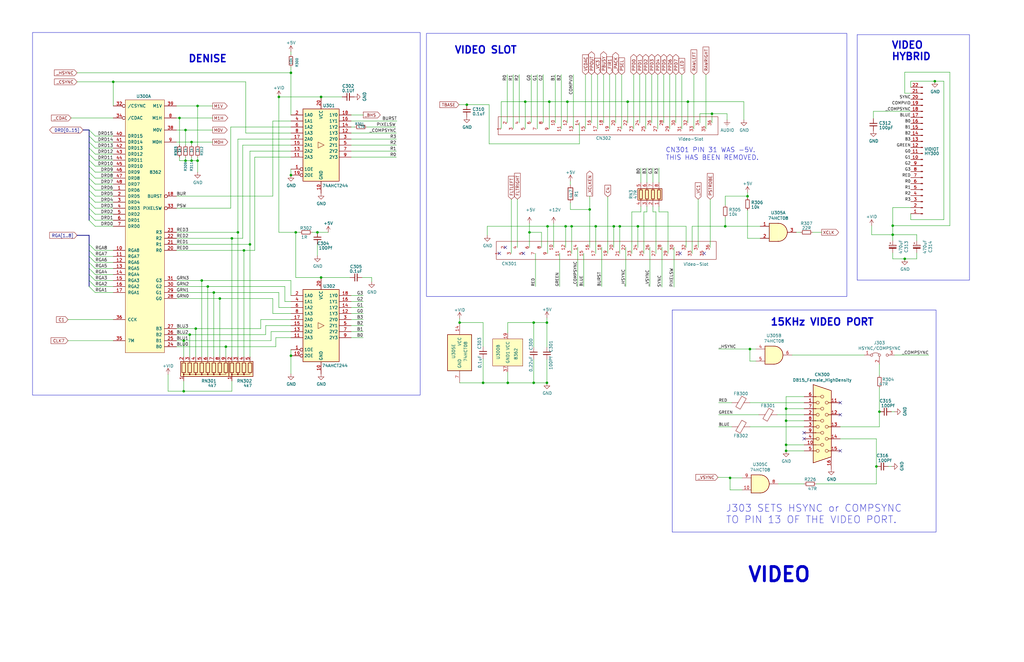
<source format=kicad_sch>
(kicad_sch (version 20230121) (generator eeschema)
  (paper "B")
  (title_block (title "AMIGA PCI") (date "2023-05-28") (rev "1"))
  (junction (at 223.266 98.044))
  (junction (at 122.682 73.914))
  (junction (at 290.068 42.926))
  (junction (at 230.886 95.504))
  (junction (at 78.232 54.864))
  (junction (at 315.214 82.804))
  (junction (at 75.692 49.784))
  (junction (at 193.802 136.144))
  (junction (at 241.046 95.504))
  (junction (at 248.666 88.392))
  (junction (at 135.382 40.894))
  (junction (at 370.84 173.736))
  (junction (at 83.312 44.704))
  (junction (at 376.428 99.06))
  (junction (at 122.682 30.734))
  (junction (at 102.87 105.664))
  (junction (at 261.366 95.504))
  (junction (at 90.17 123.444))
  (junction (at 203.708 161.544))
  (junction (at 105.41 103.124))
  (junction (at 97.79 100.584))
  (junction (at 80.772 59.944))
  (junction (at 82.55 138.684))
  (junction (at 316.23 147.32))
  (junction (at 214.122 161.544))
  (junction (at 258.826 95.504))
  (junction (at 394.208 34.29))
  (junction (at 47.752 34.544))
  (junction (at 307.848 201.676))
  (junction (at 331.47 177.546))
  (junction (at 196.85 44.196))
  (junction (at 300.228 48.006))
  (junction (at 124.714 98.044))
  (junction (at 331.47 172.466))
  (junction (at 85.09 118.364))
  (junction (at 239.268 42.926))
  (junction (at 230.632 136.144))
  (junction (at 268.986 95.504))
  (junction (at 225.044 161.544))
  (junction (at 100.33 98.044))
  (junction (at 231.648 42.926))
  (junction (at 225.044 136.144))
  (junction (at 369.57 196.85))
  (junction (at 305.816 95.504))
  (junction (at 122.682 150.114))
  (junction (at 80.772 67.818))
  (junction (at 230.632 161.544))
  (junction (at 83.312 67.818))
  (junction (at 331.47 187.706))
  (junction (at 95.25 146.304))
  (junction (at 117.602 40.894))
  (junction (at 77.47 165.1))
  (junction (at 87.63 120.904))
  (junction (at 381.508 109.22))
  (junction (at 80.01 141.224))
  (junction (at 77.47 143.764))
  (junction (at 238.506 95.504))
  (junction (at 331.47 190.246))
  (junction (at 92.71 125.984))
  (junction (at 135.382 117.094))
  (junction (at 221.488 42.926))
  (junction (at 376.428 95.25))
  (junction (at 264.668 42.926))
  (junction (at 251.206 95.504))
  (junction (at 78.232 67.818))
  (junction (at 133.858 98.044))
  (no_connect (at 286.766 106.934))
  (no_connect (at 213.106 104.394))
  (no_connect (at 210.566 106.934))
  (no_connect (at 354.33 169.926))
  (no_connect (at 339.09 185.166))
  (no_connect (at 354.33 175.006))
  (no_connect (at 296.926 106.934))
  (no_connect (at 220.726 106.934))
  (no_connect (at 354.33 190.246))
  (no_connect (at 339.09 182.626))
  (bus_entry (at 40.132 118.364) (size -2.54 -2.54))
  (bus_entry (at 40.132 77.724) (size -2.54 -2.54))
  (bus_entry (at 40.132 80.264) (size -2.54 -2.54))
  (bus_entry (at 40.132 59.944) (size -2.54 -2.54))
  (bus_entry (at 40.132 85.344) (size -2.54 -2.54))
  (bus_entry (at 40.132 72.644) (size -2.54 -2.54))
  (bus_entry (at 40.132 57.404) (size -2.54 -2.54))
  (bus_entry (at 40.132 62.484) (size -2.54 -2.54))
  (bus_entry (at 40.132 95.504) (size -2.54 -2.54))
  (bus_entry (at 40.132 108.204) (size -2.54 -2.54))
  (bus_entry (at 40.132 113.284) (size -2.54 -2.54))
  (bus_entry (at 40.132 123.444) (size -2.54 -2.54))
  (bus_entry (at 40.132 110.744) (size -2.54 -2.54))
  (bus_entry (at 40.132 82.804) (size -2.54 -2.54))
  (bus_entry (at 40.132 67.564) (size -2.54 -2.54))
  (bus_entry (at 40.132 90.424) (size -2.54 -2.54))
  (bus_entry (at 40.132 120.904) (size -2.54 -2.54))
  (bus_entry (at 40.132 65.024) (size -2.54 -2.54))
  (bus_entry (at 40.132 92.964) (size -2.54 -2.54))
  (bus_entry (at 40.132 70.104) (size -2.54 -2.54))
  (bus_entry (at 40.132 87.884) (size -2.54 -2.54))
  (bus_entry (at 40.132 115.824) (size -2.54 -2.54))
  (bus_entry (at 40.132 105.664) (size -2.54 -2.54))
  (bus_entry (at 40.132 75.184) (size -2.54 -2.54))
  (wire (pts (xy 277.876 76.962) (xy 277.876 70.866)))
  (wire (pts (xy 218.186 104.394) (xy 218.186 84.074)))
  (wire (pts (xy 303.022 180.086) (xy 308.61 180.086)))
  (wire (pts (xy 327.66 175.006) (xy 339.09 175.006)))
  (wire (pts (xy 251.968 54.356) (xy 251.968 31.496)))
  (wire (pts (xy 384.048 34.29) (xy 394.208 34.29)))
  (wire (pts (xy 148.082 56.134) (xy 167.132 56.134)))
  (wire (pts (xy 297.688 54.356) (xy 297.688 31.496)))
  (wire (pts (xy 117.602 129.794) (xy 117.602 123.444)))
  (wire (pts (xy 384.048 92.71) (xy 384.048 90.17)))
  (wire (pts (xy 291.846 95.504) (xy 305.816 95.504)))
  (wire (pts (xy 82.55 138.684) (xy 109.982 138.684)))
  (wire (pts (xy 264.668 42.926) (xy 290.068 42.926)))
  (wire (pts (xy 400.558 30.48) (xy 400.558 95.25)))
  (wire (pts (xy 75.692 49.784) (xy 89.662 49.784)))
  (bus (pts (xy 37.592 54.864) (xy 37.592 57.404)))
  (wire (pts (xy 100.33 98.044) (xy 100.33 150.622)))
  (wire (pts (xy 203.708 161.544) (xy 193.802 161.544)))
  (wire (pts (xy 216.408 54.356) (xy 216.408 31.496)))
  (wire (pts (xy 226.568 54.356) (xy 226.568 31.496)))
  (wire (pts (xy 307.848 201.422) (xy 307.848 201.676)))
  (wire (pts (xy 148.082 137.414) (xy 153.162 137.414)))
  (bus (pts (xy 37.592 99.314) (xy 37.592 103.124)))
  (wire (pts (xy 281.686 89.408) (xy 281.686 106.934)))
  (wire (pts (xy 257.048 54.356) (xy 257.048 31.496)))
  (wire (pts (xy 271.526 89.408) (xy 272.796 89.408)))
  (wire (pts (xy 251.206 95.504) (xy 241.046 95.504)))
  (wire (pts (xy 253.746 104.394) (xy 253.746 120.904)))
  (wire (pts (xy 74.422 141.224) (xy 80.01 141.224)))
  (wire (pts (xy 230.632 151.638) (xy 230.632 161.544)))
  (wire (pts (xy 156.718 118.872) (xy 156.718 117.094)))
  (wire (pts (xy 303.022 175.006) (xy 320.04 175.006)))
  (wire (pts (xy 47.752 62.484) (xy 40.132 62.484)))
  (wire (pts (xy 82.55 138.684) (xy 82.55 150.622)))
  (wire (pts (xy 241.046 106.934) (xy 241.046 95.504)))
  (wire (pts (xy 230.886 95.504) (xy 205.486 95.504)))
  (wire (pts (xy 381.508 30.48) (xy 400.558 30.48)))
  (wire (pts (xy 193.548 44.196) (xy 196.85 44.196)))
  (wire (pts (xy 80.772 67.818) (xy 83.312 67.818)))
  (wire (pts (xy 300.228 51.816) (xy 300.228 48.006)))
  (wire (pts (xy 225.044 146.558) (xy 225.044 136.144)))
  (wire (pts (xy 47.752 87.884) (xy 40.132 87.884)))
  (wire (pts (xy 270.256 89.408) (xy 266.446 89.408)))
  (wire (pts (xy 77.47 165.1) (xy 70.866 165.1)))
  (wire (pts (xy 370.84 153.67) (xy 370.84 158.496)))
  (wire (pts (xy 256.286 83.058) (xy 256.286 106.934)))
  (wire (pts (xy 40.132 118.364) (xy 47.752 118.364)))
  (wire (pts (xy 246.126 106.934) (xy 246.126 120.904)))
  (wire (pts (xy 74.422 125.984) (xy 92.71 125.984)))
  (wire (pts (xy 144.272 40.894) (xy 135.382 40.894)))
  (wire (pts (xy 148.082 142.494) (xy 153.162 142.494)))
  (bus (pts (xy 37.592 110.744) (xy 37.592 113.284)))
  (wire (pts (xy 40.132 90.424) (xy 47.752 90.424)))
  (wire (pts (xy 203.708 146.304) (xy 203.708 136.144)))
  (wire (pts (xy 77.47 143.764) (xy 114.3 143.764)))
  (wire (pts (xy 105.41 103.124) (xy 105.41 63.754)))
  (wire (pts (xy 218.948 51.816) (xy 218.948 31.496)))
  (wire (pts (xy 300.228 48.006) (xy 306.578 48.006)))
  (wire (pts (xy 203.708 151.384) (xy 203.708 161.544)))
  (wire (pts (xy 83.312 44.704) (xy 83.312 61.214)))
  (wire (pts (xy 193.802 134.366) (xy 193.802 136.144)))
  (wire (pts (xy 367.538 99.06) (xy 367.538 95.25)))
  (wire (pts (xy 103.632 56.134) (xy 103.632 34.544)))
  (wire (pts (xy 225.044 136.144) (xy 230.632 136.144)))
  (wire (pts (xy 251.206 106.934) (xy 251.206 95.504)))
  (wire (pts (xy 147.574 117.094) (xy 135.382 117.094)))
  (wire (pts (xy 32.512 30.734) (xy 122.682 30.734)))
  (wire (pts (xy 274.066 104.394) (xy 274.066 120.904)))
  (wire (pts (xy 102.87 105.664) (xy 107.442 105.664)))
  (wire (pts (xy 47.752 67.564) (xy 40.132 67.564)))
  (wire (pts (xy 240.538 88.392) (xy 248.666 88.392)))
  (wire (pts (xy 74.422 87.884) (xy 97.282 87.884)))
  (wire (pts (xy 239.268 42.926) (xy 264.668 42.926)))
  (wire (pts (xy 102.362 100.584) (xy 102.362 61.214)))
  (wire (pts (xy 47.752 49.784) (xy 29.972 49.784)))
  (wire (pts (xy 316.23 169.926) (xy 339.09 169.926)))
  (wire (pts (xy 124.714 98.044) (xy 126.492 98.044)))
  (wire (pts (xy 315.214 88.646) (xy 315.214 100.584)))
  (wire (pts (xy 241.808 54.356) (xy 241.808 31.496)))
  (wire (pts (xy 47.752 44.704) (xy 47.752 34.544)))
  (wire (pts (xy 295.148 51.816) (xy 295.148 48.006)))
  (wire (pts (xy 377.19 149.86) (xy 391.668 149.86)))
  (wire (pts (xy 239.268 51.816) (xy 239.268 42.926)))
  (wire (pts (xy 284.988 51.816) (xy 284.988 31.496)))
  (wire (pts (xy 294.386 104.394) (xy 294.386 84.074)))
  (wire (pts (xy 230.632 146.558) (xy 230.632 136.144)))
  (wire (pts (xy 40.132 108.204) (xy 47.752 108.204)))
  (wire (pts (xy 78.232 67.818) (xy 80.772 67.818)))
  (wire (pts (xy 316.23 147.32) (xy 318.77 147.32)))
  (wire (pts (xy 74.422 82.804) (xy 115.062 82.804)))
  (wire (pts (xy 203.708 136.144) (xy 193.802 136.144)))
  (wire (pts (xy 312.928 206.756) (xy 307.848 206.756)))
  (wire (pts (xy 221.488 54.356) (xy 221.488 42.926)))
  (wire (pts (xy 40.132 75.184) (xy 47.752 75.184)))
  (wire (pts (xy 384.048 87.63) (xy 376.428 87.63)))
  (wire (pts (xy 40.132 110.744) (xy 47.752 110.744)))
  (wire (pts (xy 74.422 143.764) (xy 77.47 143.764)))
  (wire (pts (xy 154.686 53.594) (xy 166.878 53.594)))
  (wire (pts (xy 264.668 51.816) (xy 264.668 42.926)))
  (wire (pts (xy 276.606 89.408) (xy 276.606 106.934)))
  (wire (pts (xy 114.3 139.954) (xy 122.682 139.954)))
  (wire (pts (xy 47.752 92.964) (xy 40.132 92.964)))
  (wire (pts (xy 47.752 77.724) (xy 40.132 77.724)))
  (wire (pts (xy 47.752 72.644) (xy 40.132 72.644)))
  (wire (pts (xy 246.888 54.356) (xy 246.888 31.496)))
  (bus (pts (xy 37.592 72.644) (xy 37.592 75.184)))
  (wire (pts (xy 148.082 66.294) (xy 167.132 66.294)))
  (wire (pts (xy 233.426 104.394) (xy 233.426 94.234)))
  (wire (pts (xy 289.306 104.394) (xy 289.306 95.504)))
  (wire (pts (xy 240.538 85.598) (xy 240.538 88.392)))
  (wire (pts (xy 254.508 51.816) (xy 254.508 31.496)))
  (wire (pts (xy 292.608 54.356) (xy 292.608 31.496)))
  (wire (pts (xy 346.456 98.044) (xy 342.646 98.044)))
  (wire (pts (xy 377.19 173.736) (xy 375.92 173.736)))
  (wire (pts (xy 122.682 150.114) (xy 122.682 157.734)))
  (wire (pts (xy 122.682 23.114) (xy 122.682 21.844)))
  (wire (pts (xy 223.266 98.044) (xy 223.266 94.234)))
  (wire (pts (xy 315.214 82.804) (xy 315.214 81.28)))
  (wire (pts (xy 316.23 152.4) (xy 316.23 147.32)))
  (wire (pts (xy 234.188 51.816) (xy 234.188 31.496)))
  (wire (pts (xy 122.682 30.734) (xy 122.682 48.514)))
  (wire (pts (xy 299.466 104.394) (xy 299.466 84.074)))
  (wire (pts (xy 307.848 206.756) (xy 307.848 201.676)))
  (wire (pts (xy 384.048 39.37) (xy 381.508 39.37)))
  (wire (pts (xy 102.362 61.214) (xy 122.682 61.214)))
  (wire (pts (xy 215.646 106.934) (xy 215.646 84.074)))
  (wire (pts (xy 375.92 196.85) (xy 374.65 196.85)))
  (wire (pts (xy 74.422 49.784) (xy 75.692 49.784)))
  (wire (pts (xy 148.082 48.514) (xy 153.162 48.514)))
  (wire (pts (xy 80.01 141.224) (xy 112.014 141.224)))
  (wire (pts (xy 302.768 201.422) (xy 307.848 201.422)))
  (wire (pts (xy 97.282 53.594) (xy 97.282 87.884)))
  (wire (pts (xy 206.248 44.196) (xy 206.248 60.706)))
  (wire (pts (xy 74.422 54.864) (xy 78.232 54.864)))
  (bus (pts (xy 37.592 57.404) (xy 37.592 59.944)))
  (wire (pts (xy 328.168 204.216) (xy 339.09 204.216)))
  (wire (pts (xy 370.84 163.576) (xy 370.84 173.736)))
  (wire (pts (xy 148.082 61.214) (xy 167.132 61.214)))
  (wire (pts (xy 386.588 109.22) (xy 381.508 109.22)))
  (wire (pts (xy 339.09 172.466) (xy 331.47 172.466)))
  (wire (pts (xy 148.082 139.954) (xy 153.162 139.954)))
  (wire (pts (xy 279.146 121.158) (xy 279.146 104.394)))
  (wire (pts (xy 87.63 120.904) (xy 87.63 150.622)))
  (wire (pts (xy 148.082 134.874) (xy 153.162 134.874)))
  (wire (pts (xy 334.01 149.86) (xy 364.49 149.86)))
  (bus (pts (xy 37.592 115.824) (xy 37.592 118.364)))
  (wire (pts (xy 133.858 98.044) (xy 138.43 98.044)))
  (wire (pts (xy 83.312 72.644) (xy 83.312 67.818)))
  (wire (pts (xy 230.886 106.934) (xy 230.886 95.504)))
  (wire (pts (xy 122.682 71.374) (xy 122.682 73.914)))
  (wire (pts (xy 122.682 142.494) (xy 116.332 142.494)))
  (wire (pts (xy 122.682 137.414) (xy 112.014 137.414)))
  (wire (pts (xy 370.84 173.736) (xy 370.84 180.086)))
  (wire (pts (xy 228.346 98.044) (xy 223.266 98.044)))
  (wire (pts (xy 74.422 103.124) (xy 105.41 103.124)))
  (wire (pts (xy 272.796 76.962) (xy 272.796 70.866)))
  (wire (pts (xy 305.816 86.614) (xy 305.816 82.804)))
  (wire (pts (xy 156.718 117.094) (xy 152.654 117.094)))
  (wire (pts (xy 148.082 51.054) (xy 167.386 51.054)))
  (bus (pts (xy 37.592 62.484) (xy 37.592 65.024)))
  (wire (pts (xy 275.336 87.122) (xy 275.336 89.408)))
  (wire (pts (xy 40.132 123.444) (xy 47.752 123.444)))
  (wire (pts (xy 331.47 167.386) (xy 331.47 172.466)))
  (wire (pts (xy 244.348 60.706) (xy 244.348 51.816)))
  (wire (pts (xy 275.336 76.962) (xy 275.336 70.866)))
  (bus (pts (xy 37.592 103.124) (xy 37.592 105.664)))
  (wire (pts (xy 40.132 105.664) (xy 47.752 105.664)))
  (wire (pts (xy 40.132 120.904) (xy 47.752 120.904)))
  (wire (pts (xy 80.772 59.944) (xy 89.662 59.944)))
  (wire (pts (xy 228.346 104.394) (xy 228.346 98.044)))
  (wire (pts (xy 386.588 106.68) (xy 386.588 109.22)))
  (wire (pts (xy 115.062 132.334) (xy 122.682 132.334)))
  (wire (pts (xy 386.588 99.06) (xy 386.588 101.6)))
  (wire (pts (xy 284.226 104.394) (xy 284.226 121.158)))
  (wire (pts (xy 40.132 113.284) (xy 47.752 113.284)))
  (wire (pts (xy 122.682 129.794) (xy 117.602 129.794)))
  (wire (pts (xy 277.368 54.356) (xy 277.368 31.496)))
  (wire (pts (xy 368.3 46.99) (xy 368.3 50.038)))
  (wire (pts (xy 47.752 34.544) (xy 103.632 34.544)))
  (wire (pts (xy 80.772 59.944) (xy 80.772 61.214)))
  (wire (pts (xy 87.63 120.904) (xy 120.142 120.904)))
  (wire (pts (xy 270.256 87.122) (xy 270.256 89.408)))
  (wire (pts (xy 269.748 51.816) (xy 269.748 31.496)))
  (wire (pts (xy 267.208 54.356) (xy 267.208 31.496)))
  (wire (pts (xy 249.428 51.816) (xy 249.428 31.496)))
  (bus (pts (xy 35.052 54.864) (xy 37.592 54.864)))
  (wire (pts (xy 266.446 89.408) (xy 266.446 106.934)))
  (wire (pts (xy 109.982 134.874) (xy 109.982 138.684)))
  (wire (pts (xy 107.442 66.294) (xy 107.442 105.664)))
  (wire (pts (xy 122.682 147.574) (xy 122.682 150.114)))
  (wire (pts (xy 398.018 34.29) (xy 398.018 92.71)))
  (wire (pts (xy 313.69 42.926) (xy 313.69 50.546)))
  (wire (pts (xy 40.132 85.344) (xy 47.752 85.344)))
  (wire (pts (xy 77.47 160.782) (xy 77.47 165.1)))
  (bus (pts (xy 37.592 77.724) (xy 37.592 80.264)))
  (bus (pts (xy 37.592 80.264) (xy 37.592 82.804)))
  (wire (pts (xy 268.986 95.504) (xy 261.366 95.504)))
  (wire (pts (xy 235.966 106.934) (xy 235.966 120.904)))
  (wire (pts (xy 238.506 95.504) (xy 230.886 95.504)))
  (wire (pts (xy 74.422 59.944) (xy 80.772 59.944)))
  (wire (pts (xy 291.846 106.934) (xy 291.846 95.504)))
  (wire (pts (xy 148.082 53.594) (xy 149.606 53.594)))
  (wire (pts (xy 230.632 134.112) (xy 230.632 136.144)))
  (wire (pts (xy 214.122 156.972) (xy 214.122 161.544)))
  (wire (pts (xy 203.708 161.544) (xy 214.122 161.544)))
  (wire (pts (xy 148.082 129.794) (xy 153.162 129.794)))
  (wire (pts (xy 225.044 161.544) (xy 230.632 161.544)))
  (wire (pts (xy 277.876 87.122) (xy 277.876 89.408)))
  (wire (pts (xy 339.09 187.706) (xy 331.47 187.706)))
  (wire (pts (xy 83.312 44.704) (xy 89.662 44.704)))
  (wire (pts (xy 148.082 124.714) (xy 153.162 124.714)))
  (wire (pts (xy 75.692 49.784) (xy 75.692 61.214)))
  (wire (pts (xy 122.682 28.194) (xy 122.682 30.734)))
  (wire (pts (xy 148.082 127.254) (xy 153.162 127.254)))
  (wire (pts (xy 272.796 89.408) (xy 272.796 87.122)))
  (wire (pts (xy 236.728 54.356) (xy 236.728 31.496)))
  (bus (pts (xy 37.592 118.364) (xy 37.592 120.904)))
  (bus (pts (xy 37.592 87.884) (xy 37.592 90.424)))
  (wire (pts (xy 40.132 70.104) (xy 47.752 70.104)))
  (bus (pts (xy 37.592 113.284) (xy 37.592 115.824)))
  (wire (pts (xy 70.866 157.988) (xy 70.866 165.1)))
  (wire (pts (xy 259.588 51.816) (xy 259.588 31.496)))
  (wire (pts (xy 261.366 106.934) (xy 261.366 95.504)))
  (wire (pts (xy 97.79 160.782) (xy 97.79 165.1)))
  (wire (pts (xy 74.422 44.704) (xy 83.312 44.704)))
  (wire (pts (xy 262.128 54.356) (xy 262.128 31.496)))
  (wire (pts (xy 316.23 147.32) (xy 303.022 147.32)))
  (wire (pts (xy 196.85 44.196) (xy 206.248 44.196)))
  (wire (pts (xy 331.47 190.246) (xy 339.09 190.246)))
  (wire (pts (xy 214.122 136.144) (xy 214.122 140.462)))
  (wire (pts (xy 95.25 146.304) (xy 95.25 150.622)))
  (wire (pts (xy 213.868 51.816) (xy 213.868 31.496)))
  (bus (pts (xy 37.592 75.184) (xy 37.592 77.724)))
  (wire (pts (xy 102.87 105.664) (xy 102.87 150.622)))
  (wire (pts (xy 305.816 82.804) (xy 315.214 82.804)))
  (wire (pts (xy 287.528 54.356) (xy 287.528 31.496)))
  (wire (pts (xy 122.682 66.294) (xy 107.442 66.294)))
  (bus (pts (xy 37.592 67.564) (xy 37.592 70.104)))
  (wire (pts (xy 339.09 177.546) (xy 331.47 177.546)))
  (bus (pts (xy 37.592 70.104) (xy 37.592 72.644)))
  (wire (pts (xy 240.538 76.454) (xy 240.538 77.978)))
  (wire (pts (xy 83.312 67.818) (xy 83.312 66.294)))
  (wire (pts (xy 92.71 125.984) (xy 92.71 150.622)))
  (wire (pts (xy 95.25 146.304) (xy 116.332 146.304)))
  (wire (pts (xy 100.33 98.044) (xy 100.33 58.674)))
  (wire (pts (xy 40.132 115.824) (xy 47.752 115.824)))
  (wire (pts (xy 369.57 196.85) (xy 369.57 185.166)))
  (wire (pts (xy 214.122 136.144) (xy 225.044 136.144)))
  (wire (pts (xy 290.068 51.816) (xy 290.068 42.926)))
  (wire (pts (xy 231.648 54.356) (xy 231.648 42.926)))
  (wire (pts (xy 221.488 42.926) (xy 231.648 42.926)))
  (bus (pts (xy 37.592 85.344) (xy 37.592 87.884)))
  (wire (pts (xy 305.816 95.504) (xy 320.548 95.504)))
  (wire (pts (xy 97.282 53.594) (xy 122.682 53.594)))
  (wire (pts (xy 28.702 143.764) (xy 47.752 143.764)))
  (wire (pts (xy 400.558 95.25) (xy 376.428 95.25)))
  (bus (pts (xy 37.592 82.804) (xy 37.592 85.344)))
  (wire (pts (xy 135.382 40.894) (xy 117.602 40.894)))
  (wire (pts (xy 80.772 66.294) (xy 80.772 67.818)))
  (wire (pts (xy 77.47 165.1) (xy 97.79 165.1)))
  (wire (pts (xy 274.828 51.816) (xy 274.828 31.496)))
  (wire (pts (xy 124.714 98.044) (xy 124.714 117.094)))
  (wire (pts (xy 92.71 125.984) (xy 115.062 125.984)))
  (wire (pts (xy 122.682 127.254) (xy 120.142 127.254)))
  (wire (pts (xy 315.214 100.584) (xy 320.548 100.584)))
  (wire (pts (xy 74.422 98.044) (xy 100.33 98.044)))
  (wire (pts (xy 381.508 109.22) (xy 376.428 109.22)))
  (wire (pts (xy 148.082 58.674) (xy 167.132 58.674)))
  (wire (pts (xy 290.068 42.926) (xy 313.69 42.926)))
  (wire (pts (xy 97.79 100.584) (xy 97.79 150.622)))
  (bus (pts (xy 37.592 65.024) (xy 37.592 67.564)))
  (wire (pts (xy 248.666 82.804) (xy 248.666 88.392)))
  (wire (pts (xy 263.906 104.394) (xy 263.906 120.904)))
  (wire (pts (xy 243.586 104.394) (xy 243.586 120.904)))
  (wire (pts (xy 115.062 51.054) (xy 122.682 51.054)))
  (wire (pts (xy 331.47 187.706) (xy 331.47 190.246)))
  (wire (pts (xy 339.09 180.086) (xy 316.23 180.086)))
  (wire (pts (xy 275.336 89.408) (xy 276.606 89.408)))
  (wire (pts (xy 85.09 118.364) (xy 85.09 150.622)))
  (wire (pts (xy 344.17 204.216) (xy 369.57 204.216)))
  (wire (pts (xy 376.428 109.22) (xy 376.428 106.68)))
  (wire (pts (xy 78.232 54.864) (xy 78.232 61.214)))
  (wire (pts (xy 75.692 66.294) (xy 75.692 67.818)))
  (wire (pts (xy 381.508 39.37) (xy 381.508 30.48)))
  (wire (pts (xy 303.022 169.926) (xy 308.61 169.926)))
  (wire (pts (xy 47.752 34.544) (xy 32.512 34.544)))
  (wire (pts (xy 115.062 125.984) (xy 115.062 132.334)))
  (wire (pts (xy 85.09 118.364) (xy 122.682 118.364)))
  (wire (pts (xy 112.014 137.414) (xy 112.014 141.224)))
  (wire (pts (xy 74.422 138.684) (xy 82.55 138.684)))
  (wire (pts (xy 258.826 104.394) (xy 258.826 95.504)))
  (wire (pts (xy 306.578 48.006) (xy 306.578 50.546)))
  (wire (pts (xy 225.806 106.934) (xy 225.806 120.904)))
  (wire (pts (xy 40.132 95.504) (xy 47.752 95.504)))
  (bus (pts (xy 37.592 108.204) (xy 37.592 110.744)))
  (wire (pts (xy 312.928 201.676) (xy 307.848 201.676)))
  (wire (pts (xy 369.57 204.216) (xy 369.57 196.85)))
  (wire (pts (xy 394.208 34.29) (xy 398.018 34.29)))
  (wire (pts (xy 105.41 63.754) (xy 122.682 63.754)))
  (wire (pts (xy 90.17 123.444) (xy 117.602 123.444)))
  (wire (pts (xy 282.448 54.356) (xy 282.448 31.496)))
  (wire (pts (xy 339.09 167.386) (xy 331.47 167.386)))
  (wire (pts (xy 116.332 142.494) (xy 116.332 146.304)))
  (wire (pts (xy 211.328 42.926) (xy 221.488 42.926)))
  (wire (pts (xy 148.082 63.754) (xy 167.132 63.754)))
  (wire (pts (xy 277.876 89.408) (xy 281.686 89.408)))
  (wire (pts (xy 78.232 54.864) (xy 89.662 54.864)))
  (wire (pts (xy 369.57 185.166) (xy 354.33 185.166)))
  (wire (pts (xy 100.33 58.674) (xy 122.682 58.674)))
  (wire (pts (xy 238.506 104.394) (xy 238.506 95.504)))
  (wire (pts (xy 133.858 103.124) (xy 133.858 107.95)))
  (wire (pts (xy 270.256 70.866) (xy 270.256 76.962)))
  (wire (pts (xy 376.428 95.25) (xy 376.428 99.06)))
  (wire (pts (xy 231.648 42.926) (xy 239.268 42.926)))
  (bus (pts (xy 37.592 59.944) (xy 37.592 62.484)))
  (wire (pts (xy 271.526 89.408) (xy 271.526 106.934)))
  (wire (pts (xy 74.422 105.664) (xy 102.87 105.664)))
  (wire (pts (xy 331.47 172.466) (xy 331.47 177.546)))
  (wire (pts (xy 376.428 99.06) (xy 386.588 99.06)))
  (wire (pts (xy 214.122 161.544) (xy 225.044 161.544)))
  (wire (pts (xy 268.986 104.394) (xy 268.986 95.504)))
  (wire (pts (xy 97.79 100.584) (xy 102.362 100.584)))
  (wire (pts (xy 211.328 54.356) (xy 211.328 42.926)))
  (wire (pts (xy 279.908 51.816) (xy 279.908 31.496)))
  (wire (pts (xy 105.41 103.124) (xy 105.41 150.622)))
  (wire (pts (xy 115.062 82.804) (xy 115.062 51.054)))
  (wire (pts (xy 47.752 57.404) (xy 40.132 57.404)))
  (bus (pts (xy 37.592 105.664) (xy 37.592 108.204)))
  (wire (pts (xy 272.288 54.356) (xy 272.288 31.496)))
  (wire (pts (xy 205.486 95.504) (xy 205.486 99.314)))
  (wire (pts (xy 74.422 146.304) (xy 95.25 146.304)))
  (wire (pts (xy 223.266 104.394) (xy 223.266 98.044)))
  (wire (pts (xy 229.108 51.816) (xy 229.108 31.496)))
  (wire (pts (xy 248.666 88.392) (xy 248.666 104.394)))
  (wire (pts (xy 28.702 134.874) (xy 47.752 134.874)))
  (wire (pts (xy 206.248 60.706) (xy 244.348 60.706)))
  (wire (pts (xy 122.682 124.714) (xy 122.682 118.364)))
  (bus (pts (xy 37.592 99.314) (xy 32.512 99.314)))
  (wire (pts (xy 318.77 152.4) (xy 316.23 152.4)))
  (wire (pts (xy 376.428 101.6) (xy 376.428 99.06)))
  (wire (pts (xy 90.17 123.444) (xy 90.17 150.622)))
  (wire (pts (xy 398.018 92.71) (xy 384.048 92.71)))
  (wire (pts (xy 148.082 132.334) (xy 153.162 132.334)))
  (wire (pts (xy 74.422 120.904) (xy 87.63 120.904)))
  (wire (pts (xy 75.692 67.818) (xy 78.232 67.818)))
  (wire (pts (xy 114.3 143.764) (xy 114.3 139.954)))
  (wire (pts (xy 74.422 100.584) (xy 97.79 100.584)))
  (wire (pts (xy 331.47 177.546) (xy 331.47 187.706)))
  (wire (pts (xy 74.422 118.364) (xy 85.09 118.364)))
  (wire (pts (xy 131.572 98.044) (xy 133.858 98.044)))
  (wire (pts (xy 40.132 80.264) (xy 47.752 80.264)))
  (wire (pts (xy 135.382 117.094) (xy 124.714 117.094)))
  (wire (pts (xy 47.752 82.804) (xy 40.132 82.804)))
  (wire (pts (xy 258.826 95.504) (xy 251.206 95.504)))
  (wire (pts (xy 376.428 87.63) (xy 376.428 95.25)))
  (wire (pts (xy 384.048 46.99) (xy 368.3 46.99)))
  (wire (pts (xy 367.538 99.06) (xy 376.428 99.06)))
  (wire (pts (xy 315.214 83.566) (xy 315.214 82.804)))
  (wire (pts (xy 224.028 51.816) (xy 224.028 31.496)))
  (wire (pts (xy 74.422 123.444) (xy 90.17 123.444)))
  (bus (pts (xy 37.592 90.424) (xy 37.592 92.964)))
  (wire (pts (xy 78.232 66.294) (xy 78.232 67.818)))
  (wire (pts (xy 241.046 95.504) (xy 238.506 95.504)))
  (wire (pts (xy 80.01 141.224) (xy 80.01 150.622)))
  (wire (pts (xy 225.044 151.638) (xy 225.044 161.544)))
  (wire (pts (xy 289.306 95.504) (xy 268.986 95.504)))
  (wire (pts (xy 384.048 36.83) (xy 384.048 34.29)))
  (wire (pts (xy 122.682 56.134) (xy 103.632 56.134)))
  (wire (pts (xy 40.132 65.024) (xy 47.752 65.024)))
  (wire (pts (xy 117.602 98.044) (xy 124.714 98.044)))
  (wire (pts (xy 295.148 48.006) (xy 300.228 48.006)))
  (wire (pts (xy 117.602 40.894) (xy 117.602 98.044)))
  (wire (pts (xy 305.816 91.694) (xy 305.816 95.504)))
  (wire (pts (xy 354.33 180.086) (xy 370.84 180.086)))
  (wire (pts (xy 120.142 127.254) (xy 120.142 120.904)))
  (wire (pts (xy 261.366 95.504) (xy 258.826 95.504)))
  (wire (pts (xy 122.682 134.874) (xy 109.982 134.874)))
  (wire (pts (xy 40.132 59.944) (xy 47.752 59.944)))
  (wire (pts (xy 77.47 143.764) (xy 77.47 150.622)))
  (wire (pts (xy 337.566 98.044) (xy 335.788 98.044)))
  (rectangle (start 13.716 13.716) (end 177.165 166.751))
  (rectangle (start 179.832 14.097) (end 357.124 125.095))
  (rectangle (start 361.442 14.605) (end 408.813 118.237))
  (rectangle (start 283.464 130.81) (end 394.716 224.536))
  (text "VIDEO SLOT" (at 191.516 22.987 0) (effects (font (size 3 3) bold) (justify left bottom)))
  (text "J303 SETS HSYNC or COMPSYNC\nTO PIN 13 OF THE VIDEO PORT." (at 306.07 221.234 0) (effects (font (size 2.9972 2.9972)) (justify left bottom)))
  (text "VIDEO\nHYBRID" (at 375.793 25.781 0) (effects (font (size 3 3) bold) (justify left bottom)))
  (text "DENISE" (at 79.248 26.67 0) (effects (font (size 3 3) (thickness 0.6) bold) (justify left bottom)))
  (text "CN301 PIN 31 WAS -5V.\nTHIS HAS BEEN REMOVED." (at 280.67 67.818 0) (effects (font (size 2 2)) (justify left bottom)))
  (text "15KHz VIDEO PORT" (at 324.739 137.795 0) (effects (font (size 3 3) bold) (justify left bottom)))
  (text "VIDEO" (at 314.96 246.126 0) (effects (font (size 6 6) (thickness 1.2) bold) (justify left bottom)))
  (label "DRD4" (at 47.752 85.344 180) (effects (font (size 1.2954 1.2954))))
  (label "RGA5" (at 40.132 113.284 0) (effects (font (size 1.2954 1.2954))))
  (label "DRD5" (at 47.752 82.804 180) (effects (font (size 1.2954 1.2954))))
  (label "BLUE" (at 246.126 120.904 90) (effects (font (size 1.1938 1.1938))))
  (label "B1" (at 384.048 54.61 180) (effects (font (size 1.1938 1.1938))))
  (label "G2" (at 229.108 31.496 270))
  (label "R2" (at 384.048 82.55 180) (effects (font (size 1.1938 1.1938))))
  (label "R0" (at 213.868 31.496 270))
  (label "G2" (at 384.048 69.85 180) (effects (font (size 1.1938 1.1938))))
  (label "G3" (at 275.336 70.866 270))
  (label "DRD13" (at 47.752 62.484 180) (effects (font (size 1.2954 1.2954))))
  (label "B1" (at 153.162 139.954 180))
  (label "BLU3" (at 74.422 138.684 0))
  (label "PSW" (at 74.422 87.884 0))
  (label "RED2" (at 74.422 100.584 0))
  (label "COMPVID" (at 241.808 31.496 270))
  (label "BLU1" (at 74.422 143.764 0))
  (label "B0" (at 153.162 142.494 180))
  (label "DRD3" (at 47.752 87.884 180) (effects (font (size 1.2954 1.2954))))
  (label "BLUE" (at 384.048 49.53 180) (effects (font (size 1.1938 1.1938))))
  (label "GRN1" (at 74.422 123.444 0))
  (label "RED3" (at 74.422 98.044 0))
  (label "G1" (at 226.568 31.496 270))
  (label "RGA4" (at 40.132 115.824 0) (effects (font (size 1.2954 1.2954))))
  (label "R3" (at 384.048 85.09 180) (effects (font (size 1.1938 1.1938))))
  (label "B1" (at 234.188 31.496 270))
  (label "RGA6" (at 40.132 110.744 0) (effects (font (size 1.2954 1.2954))))
  (label "B3" (at 272.796 70.866 270))
  (label "B2" (at 384.048 57.15 180) (effects (font (size 1.1938 1.1938))))
  (label "COMPVID" (at 384.048 44.45 180) (effects (font (size 1.1938 1.1938))))
  (label "RGA3" (at 40.132 118.364 0) (effects (font (size 1.2954 1.2954))))
  (label "SYNC" (at 279.146 121.158 90))
  (label "B0" (at 270.256 70.866 270))
  (label "DRD2" (at 47.752 90.424 180) (effects (font (size 1.2954 1.2954))))
  (label "GREEN" (at 235.966 120.904 90) (effects (font (size 1.1938 1.1938))))
  (label "GREEN" (at 303.022 175.006 0) (effects (font (size 1.1938 1.1938))))
  (label "DRD12" (at 47.752 65.024 180) (effects (font (size 1.2954 1.2954))))
  (label "DRD0" (at 47.752 95.504 180) (effects (font (size 1.2954 1.2954))))
  (label "BUR" (at 74.422 82.804 0))
  (label "RED0" (at 74.422 105.664 0))
  (label "_COMPSYNC" (at 243.586 120.904 90) (effects (font (size 1.1938 1.1938))))
  (label "R0" (at 384.048 77.47 180) (effects (font (size 1.1938 1.1938))))
  (label "B0" (at 384.048 52.07 180) (effects (font (size 1.1938 1.1938))))
  (label "RGA2" (at 40.132 120.904 0) (effects (font (size 1.2954 1.2954))))
  (label "R2" (at 167.132 61.214 180))
  (label "BURST" (at 253.746 120.904 90))
  (label "G1" (at 153.162 129.794 180))
  (label "DRD14" (at 47.752 59.944 180) (effects (font (size 1.2954 1.2954))))
  (label "DRD7" (at 47.752 77.724 180) (effects (font (size 1.2954 1.2954))))
  (label "B3" (at 384.048 59.69 180) (effects (font (size 1.1938 1.1938))))
  (label "DRD11" (at 47.752 67.564 180) (effects (font (size 1.2954 1.2954))))
  (label "R3" (at 277.876 70.866 270))
  (label "_COMPSYNC" (at 167.132 56.134 180))
  (label "DRD10" (at 47.752 70.104 180) (effects (font (size 1.2954 1.2954))))
  (label "R1" (at 216.408 31.496 270))
  (label "PIXELSW" (at 166.878 53.594 180))
  (label "RED1" (at 74.422 103.124 0))
  (label "_COMPSYNC" (at 391.668 149.86 180))
  (label "B2" (at 153.162 137.414 180))
  (label "GRN3" (at 74.422 118.364 0))
  (label "RGA8" (at 40.132 105.664 0) (effects (font (size 1.2954 1.2954))))
  (label "G0" (at 224.028 31.496 270))
  (label "G3" (at 384.048 72.39 180) (effects (font (size 1.1938 1.1938))))
  (label "R0" (at 167.132 66.294 180))
  (label "BLU2" (at 74.422 141.224 0))
  (label "_VSYNC" (at 274.066 120.904 90))
  (label "BLU0" (at 74.422 146.304 0))
  (label "DRD15" (at 47.752 57.404 180) (effects (font (size 1.2954 1.2954))))
  (label "PIXELSW" (at 284.226 121.158 90))
  (label "G3" (at 153.162 124.714 180))
  (label "BURST" (at 167.386 51.054 180))
  (label "DRD8" (at 47.752 75.184 180) (effects (font (size 1.2954 1.2954))))
  (label "B3" (at 153.162 134.874 180))
  (label "R2" (at 218.948 31.496 270))
  (label "DRD1" (at 47.752 92.964 180) (effects (font (size 1.2954 1.2954))))
  (label "_HSYNC" (at 263.906 120.904 90))
  (label "RED" (at 303.022 169.926 0) (effects (font (size 1.1938 1.1938))))
  (label "R1" (at 167.132 63.754 180))
  (label "B2" (at 236.728 31.496 270))
  (label "GRN2" (at 74.422 120.904 0))
  (label "BLUE" (at 303.022 180.086 0) (effects (font (size 1.1938 1.1938))))
  (label "G0" (at 384.048 64.77 180) (effects (font (size 1.1938 1.1938))))
  (label "RED" (at 384.048 74.93 180) (effects (font (size 1.1938 1.1938))))
  (label "R3" (at 167.132 58.674 180))
  (label "RGA7" (at 40.132 108.204 0) (effects (font (size 1.2954 1.2954))))
  (label "_HSYNC" (at 303.022 147.32 0))
  (label "G0" (at 153.162 132.334 180))
  (label "RGA1" (at 40.132 123.444 0) (effects (font (size 1.2954 1.2954))))
  (label "DRD6" (at 47.752 80.264 180) (effects (font (size 1.2954 1.2954))))
  (label "GREEN" (at 384.048 62.23 180) (effects (font (size 1.1938 1.1938))))
  (label "_COMPSYNC" (at 384.048 46.99 180) (effects (font (size 1.1938 1.1938))))
  (label "G2" (at 153.162 127.254 180))
  (label "DRD9" (at 47.752 72.644 180) (effects (font (size 1.2954 1.2954))))
  (label "GRN0" (at 74.422 125.984 0))
  (label "G1" (at 384.048 67.31 180) (effects (font (size 1.1938 1.1938))))
  (label "RED" (at 225.806 120.904 90) (effects (font (size 1.1938 1.1938))))
  (label "SYNC" (at 384.048 41.91 180) (effects (font (size 1.1938 1.1938))))
  (label "R1" (at 384.048 80.01 180) (effects (font (size 1.1938 1.1938))))
  (global_label "_VSYNC" (shape input) (at 302.768 201.422 180) (property "Intersheetrefs" "${INTERSHEET_REFS}" (at 292.9074 201.422 0) (effects (justify right))))
  (global_label "FLTLEFT" (shape input) (at 215.646 84.074 90) (property "Intersheetrefs" "${INTERSHEET_REFS}" (at 215.646 73.8506 90) (effects (justify left))))
  (global_label "PPD4" (shape bidirectional) (at 277.368 31.496 90) (property "Intersheetrefs" "${INTERSHEET_REFS}" (at 277.368 22.4594 90) (effects (justify left))))
  (global_label "PSTROBE" (shape input) (at 299.466 84.074 90) (property "Intersheetrefs" "${INTERSHEET_REFS}" (at 299.466 72.7016 90) (effects (justify left))))
  (global_label "_VC3" (shape input) (at 251.968 31.496 90) (property "Intersheetrefs" "${INTERSHEET_REFS}" (at 251.968 24.0545 90) (effects (justify left))))
  (global_label "FLTRIGHT" (shape input) (at 218.186 84.074 90) (property "Intersheetrefs" "${INTERSHEET_REFS}" (at 218.186 72.641 90) (effects (justify left))))
  (global_label "_CSYNC" (shape input) (at 32.512 34.544 180) (property "Intersheetrefs" "${INTERSHEET_REFS}" (at 22.47 34.544 0) (effects (justify right))))
  (global_label "PPD1" (shape bidirectional) (at 269.748 31.496 90) (property "Intersheetrefs" "${INTERSHEET_REFS}" (at 269.748 22.4594 90) (effects (justify left))))
  (global_label "XCLK" (shape output) (at 346.456 98.044 0) (property "Intersheetrefs" "${INTERSHEET_REFS}" (at 354.1394 98.044 0) (effects (justify left))))
  (global_label "CLK7" (shape input) (at 28.702 143.764 180) (property "Intersheetrefs" "${INTERSHEET_REFS}" (at 20.9392 143.764 0) (effects (justify right))))
  (global_label "M1V" (shape output) (at 89.662 44.704 0) (property "Intersheetrefs" "${INTERSHEET_REFS}" (at 96.3173 44.704 0) (effects (justify left))))
  (global_label "_PACK" (shape bidirectional) (at 259.588 31.496 90) (property "Intersheetrefs" "${INTERSHEET_REFS}" (at 259.588 21.6127 90) (effects (justify left))))
  (global_label "_CDAC" (shape input) (at 29.972 49.784 180) (property "Intersheetrefs" "${INTERSHEET_REFS}" (at 21.2 49.784 0) (effects (justify right))))
  (global_label "PPD7" (shape bidirectional) (at 284.988 31.496 90) (property "Intersheetrefs" "${INTERSHEET_REFS}" (at 284.988 22.4594 90) (effects (justify left))))
  (global_label "_LED" (shape input) (at 287.528 31.496 90) (property "Intersheetrefs" "${INTERSHEET_REFS}" (at 287.528 24.1755 90) (effects (justify left))))
  (global_label "_FIR1" (shape input) (at 257.048 31.496 90) (property "Intersheetrefs" "${INTERSHEET_REFS}" (at 257.048 23.3703 90) (effects (justify left))))
  (global_label "DRD[0..15]" (shape bidirectional) (at 35.052 54.864 180) (effects (font (size 1.2954 1.2954))) (property "Intersheetrefs" "${INTERSHEET_REFS}" (at 20.4068 54.864 0) (effects (justify right))))
  (global_label "PSEL" (shape input) (at 262.128 31.496 90) (property "Intersheetrefs" "${INTERSHEET_REFS}" (at 262.128 23.9336 90) (effects (justify left))))
  (global_label "PBUSY" (shape bidirectional) (at 254.508 31.496 90) (property "Intersheetrefs" "${INTERSHEET_REFS}" (at 254.508 21.3103 90) (effects (justify left))))
  (global_label "RAWRIGHT" (shape input) (at 297.688 31.496 90) (property "Intersheetrefs" "${INTERSHEET_REFS}" (at 297.688 19.3373 90) (effects (justify left))))
  (global_label "VCDAC" (shape input) (at 246.888 31.496 90) (property "Intersheetrefs" "${INTERSHEET_REFS}" (at 246.888 22.603 90) (effects (justify left))))
  (global_label "PPOUT" (shape bidirectional) (at 249.428 31.496 90) (property "Intersheetrefs" "${INTERSHEET_REFS}" (at 249.428 21.3103 90) (effects (justify left))))
  (global_label "_BHS" (shape output) (at 153.162 48.514 0) (property "Intersheetrefs" "${INTERSHEET_REFS}" (at 160.8454 48.514 0) (effects (justify left))))
  (global_label "C4" (shape input) (at 256.286 83.058 90) (property "Intersheetrefs" "${INTERSHEET_REFS}" (at 256.286 77.6727 90) (effects (justify left))))
  (global_label "M0H" (shape output) (at 89.662 59.944 0) (property "Intersheetrefs" "${INTERSHEET_REFS}" (at 96.5592 59.944 0) (effects (justify left))))
  (global_label "_XCLKEN" (shape output) (at 248.666 82.804 90) (property "Intersheetrefs" "${INTERSHEET_REFS}" (at 248.666 71.6735 90) (effects (justify left))))
  (global_label "_VC1" (shape input) (at 294.386 84.074 90) (property "Intersheetrefs" "${INTERSHEET_REFS}" (at 294.386 76.6325 90) (effects (justify left))))
  (global_label "PPD3" (shape bidirectional) (at 274.828 31.496 90) (property "Intersheetrefs" "${INTERSHEET_REFS}" (at 274.828 22.4594 90) (effects (justify left))))
  (global_label "PPD6" (shape bidirectional) (at 282.448 31.496 90) (property "Intersheetrefs" "${INTERSHEET_REFS}" (at 282.448 22.4594 90) (effects (justify left))))
  (global_label "PPD2" (shape bidirectional) (at 272.288 31.496 90) (property "Intersheetrefs" "${INTERSHEET_REFS}" (at 272.288 22.4594 90) (effects (justify left))))
  (global_label "PPD0" (shape bidirectional) (at 267.208 31.496 90) (property "Intersheetrefs" "${INTERSHEET_REFS}" (at 267.208 22.4594 90) (effects (justify left))))
  (global_label "RAWLEFT" (shape input) (at 292.608 31.496 90) (property "Intersheetrefs" "${INTERSHEET_REFS}" (at 292.608 20.5469 90) (effects (justify left))))
  (global_label "_HSYNC" (shape input) (at 32.512 30.734 180) (property "Intersheetrefs" "${INTERSHEET_REFS}" (at 22.4095 30.734 0) (effects (justify right))))
  (global_label "C1" (shape input) (at 28.702 134.874 180) (property "Intersheetrefs" "${INTERSHEET_REFS}" (at 23.3167 134.874 0) (effects (justify right))))
  (global_label "M0V" (shape output) (at 89.662 54.864 0) (property "Intersheetrefs" "${INTERSHEET_REFS}" (at 96.3173 54.864 0) (effects (justify left))))
  (global_label "RGA[1..8]" (shape input) (at 32.512 99.314 180) (effects (font (size 1.2954 1.2954))) (property "Intersheetrefs" "${INTERSHEET_REFS}" (at 20.4191 99.314 0) (effects (justify right))))
  (global_label "PPD5" (shape bidirectional) (at 279.908 31.496 90) (property "Intersheetrefs" "${INTERSHEET_REFS}" (at 279.908 22.4594 90) (effects (justify left))))
  (global_label "M1H" (shape output) (at 89.662 49.784 0) (property "Intersheetrefs" "${INTERSHEET_REFS}" (at 96.5592 49.784 0) (effects (justify left))))
  (global_label "TBASE" (shape input) (at 193.548 44.196 180) (property "Intersheetrefs" "${INTERSHEET_REFS}" (at 184.9575 44.196 0) (effects (justify right))))
  (symbol (lib_id "power:GND") (at 331.47 190.246 0) (unit 1)
    (property "Reference" "#PWR056" (effects hide))
    (property "Value" "GND" (at 331.597 194.6402 0))
    (instances (project "AmigaPCI Mainboard" (path "" (reference "#PWR056") (unit 1))) (project "2000ATX" (path "" (reference "#PWR0175") (unit 1))))
  )
  (symbol (lib_id "Device:R_Small") (at 152.146 53.594 270) (unit 1)
    (property "Reference" "R301" (at 149.606 52.324 90) (effects (font (size 0.9906 0.9906)) (justify left)))
    (property "Value" "47R" (at 150.876 53.594 90) (effects (font (size 0.9906 0.9906)) (justify left)))
    (property "Footprint" "Resistor_SMD:R_0603_1608Metric" (effects hide))
    (instances (project "AmigaPCI Mainboard" (path "" (reference "R301") (unit 1))) (project "2000ATX" (path "" (reference "RN203E1") (unit 1))))
  )
  (symbol (lib_id "power:GND") (at 230.632 161.544 0) (unit 1)
    (property "Reference" "#PWR065" (effects hide))
    (property "Value" "GND" (at 230.759 165.9382 0))
    (instances (project "AmigaPCI Mainboard" (path "" (reference "#PWR065") (unit 1))) (project "2000ATX" (path "" (reference "#PWR0196") (unit 1))))
  )
  (symbol (lib_id "74xx:74LS08") (at 326.39 149.86 0) (unit 2)
    (property "Reference" "U305" (at 326.39 141.605 0))
    (property "Value" "74HCT08" (at 326.39 143.9164 0))
    (property "Footprint" "Package_SO:TSSOP-14_4.4x5mm_P0.65mm" (effects hide))
    (property "Datasheet" "http://www.ti.com/lit/gpn/sn74LS08" (effects hide))
    (instances (project "AmigaPCI Mainboard" (path "" (reference "U305") (unit 2))) (project "2000ATX" (path "" (reference "U207") (unit 2))))
  )
  (symbol (lib_id "Device:R_Small") (at 305.816 89.154 180) (unit 1)
    (property "Reference" "R305" (at 307.3146 88.5103 0) (effects (justify right)))
    (property "Value" "10k" (at 307.3146 90.4313 0) (effects (justify right)))
    (property "Footprint" "Resistor_SMD:R_0603_1608Metric" (effects hide))
  )
  (symbol (lib_id "AmigaPCI-Symbols:CP_Small-Device") (at 386.588 104.14 0) (unit 1)
    (property "Reference" "C314" (at 392.303 104.14 90))
    (property "Value" "470uF" (at 389.9916 104.14 90))
    (property "Footprint" "Capacitor_THT:CP_Radial_D10.0mm_P5.00mm" (effects hide))
    (instances (project "AmigaPCI Mainboard" (path "" (reference "C314") (unit 1))) (project "2000ATX" (path "" (reference "C226") (unit 1)) (path "" (reference "C226") (unit 1))))
  )
  (symbol (lib_id "74xx:74HCT244") (at 135.382 137.414 0) (unit 1)
    (property "Reference" "U302" (at 138.811 120.777 0))
    (property "Value" "74AHCT244" (at 141.224 154.305 0))
    (property "Footprint" "Package_SO:TSSOP-20_4.4x5mm_P0.5mm" (effects hide))
    (property "Datasheet" "https://assets.nexperia.com/documents/data-sheet/74HC_HCT244.pdf" (effects hide))
    (instances (project "AmigaPCI Mainboard" (path "" (reference "U302") (unit 1))) (project "2000ATX" (path "" (reference "U206") (unit 1))))
  )
  (symbol (lib_id "Device:C_Small") (at 372.11 196.85 90) (unit 1)
    (property "Reference" "C316" (at 372.1163 192.278 90))
    (property "Value" "100Pf" (at 373.126 194.31 90))
    (property "Footprint" "Capacitor_SMD:C_0603_1608Metric" (effects hide))
  )
  (symbol (lib_id "power:+5V") (at 230.632 134.112 0) (unit 1)
    (property "Reference" "#PWR0272" (effects hide))
    (property "Value" "+5V" (at 230.632 130.6101 0))
  )
  (symbol (lib_id "power:+5V") (at 122.682 21.844 0) (unit 1)
    (property "Reference" "#PWR050" (effects hide))
    (property "Value" "+5V" (at 122.682 18.034 0))
    (instances (project "AmigaPCI Mainboard" (path "" (reference "#PWR050") (unit 1))) (project "2000ATX" (path "" (reference "#PWR0201") (unit 1))))
  )
  (symbol (lib_id "Device:C_Small") (at 133.858 100.584 0) (unit 1)
    (property "Reference" "C304" (at 136.271 102.743 0))
    (property "Value" "100Pf" (at 137.287 104.648 0))
    (property "Footprint" "Capacitor_SMD:C_0603_1608Metric" (effects hide))
  )
  (symbol (lib_id "power:GND") (at 205.486 99.314 0) (unit 1)
    (property "Reference" "#PWR048" (effects hide))
    (property "Value" "GND" (at 205.613 103.7082 0))
    (instances (project "AmigaPCI Mainboard" (path "" (reference "#PWR048") (unit 1))) (project "2000ATX" (path "" (reference "#PWR0185") (unit 1))))
  )
  (symbol (lib_id "power:GND") (at 135.382 81.534 0) (unit 1)
    (property "Reference" "#PWR042" (effects hide))
    (property "Value" "GND" (at 135.509 85.9282 0))
    (instances (project "AmigaPCI Mainboard" (path "" (reference "#PWR042") (unit 1))) (project "2000ATX" (path "" (reference "#PWR0190") (unit 1))))
  )
  (symbol (lib_id "Device:R_Small") (at 80.772 63.754 180) (unit 1)
    (property "Reference" "R311" (at 80.772 68.326 90) (effects (font (size 0.9906 0.9906)) (justify left)))
    (property "Value" "1k" (at 80.772 62.484 90) (effects (font (size 0.9906 0.9906)) (justify left)))
    (property "Footprint" "Resistor_SMD:R_0603_1608Metric" (effects hide))
    (instances (project "AmigaPCI Mainboard" (path "" (reference "R311") (unit 1))) (project "2000ATX" (path "" (reference "R203") (unit 1))))
  )
  (symbol (lib_id "Device:R_Small") (at 341.63 204.216 270) (unit 1)
    (property "Reference" "R226" (at 339.09 202.311 90) (effects (justify left)))
    (property "Value" "47R" (at 340.614 206.248 90) (effects (justify left)))
    (property "Footprint" "Resistor_SMD:R_0603_1608Metric" (effects hide))
    (instances (project "AmigaPCI Mainboard" (path "" (reference "R226") (unit 1))) (project "2000ATX" (path "" (reference "R203A1") (unit 1))))
  )
  (symbol (lib_id "AmigaPCI-Symbols:Video Hybrid (VIDIOT)") (at 389.128 64.77 180) (unit 1)
    (property "Reference" "HY300" (at 392.938 64.77 0))
    (property "Value" "VIDIOT" (at 389.8392 62.9412 0) (effects (justify right)))
    (property "Footprint" "Connector_PinSocket_2.54mm:PinSocket_1x22_P2.54mm_Vertical" (effects hide))
    (instances (project "AmigaPCI Mainboard" (path "" (reference "HY300") (unit 1))) (project "2000ATX" (path "" (reference "HY200") (unit 1)) (path "" (reference "HY200") (unit 1))))
  )
  (symbol (lib_id "Device:R_Pack04") (at 272.796 82.042 0) (mirror y) (unit 1)
    (property "Reference" "RN3" (at 266.065 82.042 90))
    (property "Value" "47R" (at 267.986 82.042 90))
    (property "Footprint" "Resistor_SMD:R_Array_Convex_4x1206" (effects hide))
    (property "Part Number" "CAY16-470J4LF" (effects hide))
    (instances (project "AmigaPCI Mainboard" (path "" (reference "RN3") (unit 1)) (path "" (reference "RN12") (unit 1)) (path "" (reference "RN304") (unit 1))))
  )
  (symbol (lib_id "power:GND") (at 149.352 40.894 90) (unit 1)
    (property "Reference" "#PWR047" (effects hide))
    (property "Value" "GND" (at 153.7462 40.767 0))
    (instances (project "AmigaPCI Mainboard" (path "" (reference "#PWR047") (unit 1))) (project "2000ATX" (path "" (reference "#PWR0199") (unit 1))))
  )
  (symbol (lib_id "power:+5V") (at 240.538 76.454 0) (unit 1)
    (property "Reference" "#PWR0282" (effects hide))
    (property "Value" "+5V" (at 240.538 72.771 0))
    (instances (project "AmigaPCI Mainboard" (path "" (reference "#PWR0282") (unit 1)) (path "" (reference "#PWR0282") (unit 1)) (path "" (reference "#PWR019") (unit 1))) (project "2000ATX" (path "" (reference "#PWR01") (unit 1))))
  )
  (symbol (lib_id "Device:R_Small") (at 340.106 98.044 90) (unit 1)
    (property "Reference" "R307" (at 340.106 94.2975 90))
    (property "Value" "22R" (at 340.106 96.2185 90))
    (property "Footprint" "Resistor_SMD:R_0603_1608Metric" (effects hide))
  )
  (symbol (lib_id "Device:R_Network08") (at 87.63 155.702 0) (mirror x) (unit 1)
    (property "Reference" "RN301" (at 91.313 160.766 0) (effects (justify right)))
    (property "Value" "4k7" (at 91.313 162.687 0) (effects (justify right)))
    (property "Footprint" "Resistor_THT:R_Array_SIP9" (effects hide))
    (property "Datasheet" "http://www.vishay.com/docs/31509/csc.pdf" (effects hide))
  )
  (symbol (lib_id "Device:C_Small") (at 230.632 149.098 0) (unit 1)
    (property "Reference" "C301" (at 232.283 146.177 90))
    (property "Value" "100Pf" (at 232.283 153.162 90))
    (property "Footprint" "Capacitor_SMD:C_0603_1608Metric" (effects hide))
  )
  (symbol (lib_id "power:GND") (at 83.312 72.644 0) (unit 1)
    (property "Reference" "#PWR038" (effects hide))
    (property "Value" "GND" (at 83.439 77.0382 0))
    (instances (project "AmigaPCI Mainboard" (path "" (reference "#PWR038") (unit 1))) (project "2000ATX" (path "" (reference "#PWR0191") (unit 1))))
  )
  (symbol (lib_id "Device:R_Small") (at 78.232 63.754 180) (unit 1)
    (property "Reference" "R309" (at 78.232 68.326 90) (effects (font (size 0.9906 0.9906)) (justify left)))
    (property "Value" "1k" (at 78.232 62.484 90) (effects (font (size 0.9906 0.9906)) (justify left)))
    (property "Footprint" "Resistor_SMD:R_0603_1608Metric" (effects hide))
    (instances (project "AmigaPCI Mainboard" (path "" (reference "R309") (unit 1))) (project "2000ATX" (path "" (reference "R203") (unit 1))))
  )
  (symbol (lib_id "AmigaPCI-Symbols:Ferrite_Bead") (at 312.42 180.086 270) (unit 1)
    (property "Reference" "FB302" (at 312.42 183.896 90))
    (property "Value" "80R" (effects hide))
    (property "Footprint" "Capacitor_SMD:C_0805_2012Metric" (effects hide))
    (property "Part" "ILHB1206ER750V" (effects hide))
    (instances (project "AmigaPCI Mainboard" (path "" (reference "FB302") (unit 1))) (project "2000ATX" (path "" (reference "FB902") (unit 1)) (path "" (reference "FB902") (unit 1))))
  )
  (symbol (lib_id "AmigaPCI-Symbols:+VID") (at 70.866 157.988 0) (unit 1)
    (property "Reference" "#PWR064" (effects hide))
    (property "Value" "+VID" (at 70.866 154.432 0))
    (instances (project "AmigaPCI Mainboard" (path "" (reference "#PWR064") (unit 1))) (project "2000ATX" (path "" (reference "#PWR0195") (unit 1))))
  )
  (symbol (lib_id "Device:R_Small") (at 75.692 63.754 180) (unit 1)
    (property "Reference" "R303" (at 74.168 61.722 90) (effects (font (size 0.9906 0.9906)) (justify left)))
    (property "Value" "1k" (at 75.692 62.484 90) (effects (font (size 0.9906 0.9906)) (justify left)))
    (property "Footprint" "Resistor_SMD:R_0603_1608Metric" (effects hide))
    (instances (project "AmigaPCI Mainboard" (path "" (reference "R303") (unit 1))) (project "2000ATX" (path "" (reference "R203") (unit 1))))
  )
  (symbol (lib_id "AmigaPCI-Symbols:MOS 8362 Denise") (at 60.452 62.484 0) (unit 1)
    (property "Reference" "U300" (at 60.579 40.64 0))
    (property "Value" "8362" (at 65.532 72.644 0))
    (property "Footprint" "Package_DIP:DIP-48_W15.24mm" (effects hide))
    (instances (project "AmigaPCI Mainboard" (path "" (reference "U300") (unit 1))) (project "2000ATX" (path "" (reference "U201") (unit 1))))
  )
  (symbol (lib_id "Device:C_Small") (at 203.708 148.844 0) (unit 1)
    (property "Reference" "C303" (at 202.184 147.447 90) (effects (justify left)))
    (property "Value" "0.1uF" (at 202.311 155.448 90) (effects (justify left)))
    (property "Footprint" "Capacitor_SMD:C_0603_1608Metric" (effects hide))
    (instances (project "AmigaPCI Mainboard" (path "" (reference "C303") (unit 1))) (project "2000ATX" (path "" (reference "C207") (unit 1))))
  )
  (symbol (lib_id "power:+5V") (at 223.266 94.234 0) (unit 1)
    (property "Reference" "#PWR051" (effects hide))
    (property "Value" "+5V" (at 223.6978 88.5698 0))
    (instances (project "AmigaPCI Mainboard" (path "" (reference "#PWR051") (unit 1))) (project "2000ATX" (path "" (reference "#PWR0182") (unit 1))))
  )
  (symbol (lib_id "AmigaPCI-Symbols:DB15_Female_HighDensity") (at 346.71 180.086 0) (unit 1)
    (property "Reference" "CN300" (at 346.71 158.0642 0))
    (property "Value" "DB15_Female_HighDensity" (at 346.71 160.3756 0))
    (property "Footprint" "AmigaPCI:DSUB-15-HD_Female_Horizontal_P2.29x1.98mm_EdgePinOffset8.35mm_Housed_MountingHolesOffset10.89mm" (effects hide))
    (property "Datasheet" " ~" (effects hide))
    (instances (project "AmigaPCI Mainboard" (path "" (reference "CN300") (unit 1))) (project "2000ATX" (path "" (reference "CN202") (unit 1)) (path "" (reference "CN202") (unit 1))))
  )
  (symbol (lib_id "74xx:74LS08") (at 320.548 204.216 0) (unit 3)
    (property "Reference" "U305" (at 320.548 195.961 0))
    (property "Value" "74HCT08" (at 320.548 198.2724 0))
    (property "Footprint" "Package_SO:TSSOP-14_4.4x5mm_P0.65mm" (effects hide))
    (property "Datasheet" "http://www.ti.com/lit/gpn/sn74LS08" (effects hide))
    (instances (project "AmigaPCI Mainboard" (path "" (reference "U305") (unit 3))) (project "2000ATX" (path "" (reference "U207") (unit 1))))
  )
  (symbol (lib_id "power:GND") (at 135.382 157.734 0) (unit 1)
    (property "Reference" "#PWR043" (effects hide))
    (property "Value" "GND" (at 135.509 162.1282 0))
    (instances (project "AmigaPCI Mainboard" (path "" (reference "#PWR043") (unit 1))) (project "2000ATX" (path "" (reference "#PWR0192") (unit 1))))
  )
  (symbol (lib_id "power:GND") (at 368.3 55.118 0) (unit 1)
    (property "Reference" "#PWR053" (effects hide))
    (property "Value" "GND" (at 368.427 59.5122 0))
    (instances (project "AmigaPCI Mainboard" (path "" (reference "#PWR053") (unit 1))) (project "2000ATX" (path "" (reference "#PWR0222") (unit 1))))
  )
  (symbol (lib_id "AmigaPCI-Symbols:Amiga-2000-Video-Slot") (at 253.746 106.934 90) (unit 1)
    (property "Reference" "CN301" (at 214.757 111.252 90))
    (property "Value" "Video-Slot" (at 293.497 111.506 90))
    (property "Footprint" "AmigaPCI:2x18_P2.54mm_Horizontal" (effects hide))
    (instances (project "AmigaPCI Mainboard" (path "" (reference "CN301") (unit 1))) (project "2000ATX" (path "" (reference "CN203") (unit 1))))
  )
  (symbol (lib_id "74xx:74HCT244") (at 135.382 61.214 0) (unit 1)
    (property "Reference" "U301" (at 138.684 44.577 0))
    (property "Value" "74AHCT244" (at 141.351 78.359 0))
    (property "Footprint" "Package_SO:TSSOP-20_4.4x5mm_P0.5mm" (effects hide))
    (property "Datasheet" "https://assets.nexperia.com/documents/data-sheet/74HC_HCT244.pdf" (effects hide))
    (instances (project "AmigaPCI Mainboard" (path "" (reference "U301") (unit 1))) (project "2000ATX" (path "" (reference "U205") (unit 1))))
  )
  (symbol (lib_id "AmigaPCI-Symbols:AUDIO GND") (at 306.578 50.546 0) (unit 1)
    (property "Reference" "#PWR046" (effects hide))
    (property "Value" "AUDIO" (at 306.705 54.9402 0))
    (instances (project "AmigaPCI Mainboard" (path "" (reference "#PWR046") (unit 1))) (project "2000ATX" (path "" (reference "#PWR0188") (unit 1))))
  )
  (symbol (lib_id "power:GND") (at 313.69 50.546 0) (unit 1)
    (property "Reference" "#PWR059" (effects hide))
    (property "Value" "GND" (at 313.817 54.9402 0))
    (instances (project "AmigaPCI Mainboard" (path "" (reference "#PWR059") (unit 1))) (project "2000ATX" (path "" (reference "#PWR0185") (unit 1))))
  )
  (symbol (lib_id "Device:R_Small") (at 315.214 86.106 0) (unit 1)
    (property "Reference" "R306" (at 316.7126 85.4623 0) (effects (justify left)))
    (property "Value" "10k" (at 316.7126 87.3833 0) (effects (justify left)))
    (property "Footprint" "Resistor_SMD:R_0603_1608Metric" (effects hide))
  )
  (symbol (lib_id "power:GND") (at 122.682 73.914 0) (unit 1)
    (property "Reference" "#PWR040" (effects hide))
    (property "Value" "GND" (at 122.809 78.3082 0))
    (instances (project "AmigaPCI Mainboard" (path "" (reference "#PWR040") (unit 1))) (project "2000ATX" (path "" (reference "#PWR0203") (unit 1))))
  )
  (symbol (lib_id "power:+5V") (at 315.214 81.28 0) (unit 1)
    (property "Reference" "#PWR057" (effects hide))
    (property "Value" "+5V" (at 315.214 77.47 0))
    (instances (project "AmigaPCI Mainboard" (path "" (reference "#PWR057") (unit 1))) (project "2000ATX" (path "" (reference "#PWR0187") (unit 1))))
  )
  (symbol (lib_id "power:GND") (at 196.85 49.276 0) (unit 1)
    (property "Reference" "#PWR037" (effects hide))
    (property "Value" "GND" (at 196.977 53.6702 0))
    (instances (project "AmigaPCI Mainboard" (path "" (reference "#PWR037") (unit 1))) (project "2000ATX" (path "" (reference "#PWR0189") (unit 1))))
  )
  (symbol (lib_id "Device:R_Network04") (at 102.87 155.702 0) (mirror x) (unit 1)
    (property "Reference" "RN302" (at 106.299 160.766 0) (effects (justify right)))
    (property "Value" "4k7" (at 106.299 162.687 0) (effects (justify right)))
    (property "Footprint" "Resistor_THT:R_Array_SIP5" (effects hide))
    (property "Datasheet" "http://www.vishay.com/docs/31509/csc.pdf" (effects hide))
  )
  (symbol (lib_id "power:GND") (at 122.682 157.734 0) (unit 1)
    (property "Reference" "#PWR041" (effects hide))
    (property "Value" "GND" (at 122.809 162.1282 0))
    (instances (project "AmigaPCI Mainboard" (path "" (reference "#PWR041") (unit 1))) (project "2000ATX" (path "" (reference "#PWR0202") (unit 1))))
  )
  (symbol (lib_id "power:GND") (at 156.718 118.872 0) (unit 1)
    (property "Reference" "#PWR049" (effects hide))
    (property "Value" "GND" (at 156.845 123.2662 0))
    (instances (project "AmigaPCI Mainboard" (path "" (reference "#PWR049") (unit 1))) (project "2000ATX" (path "" (reference "#PWR0198") (unit 1))))
  )
  (symbol (lib_id "74xx:74LS08") (at 193.802 148.844 0) (unit 5)
    (property "Reference" "U305" (at 191.262 151.384 90) (effects (justify left)))
    (property "Value" "74HCT08" (at 196.342 152.654 90) (effects (justify left)))
    (property "Footprint" "Package_SO:TSSOP-14_4.4x5mm_P0.65mm" (effects hide))
    (property "Datasheet" "http://www.ti.com/lit/gpn/sn74LS08" (effects hide))
    (instances (project "AmigaPCI Mainboard" (path "" (reference "U305") (unit 5))) (project "2000ATX" (path "" (reference "U207") (unit 5))))
  )
  (symbol (lib_id "74xx:74LS08") (at 328.168 98.044 0) (unit 1)
    (property "Reference" "U305" (at 328.168 89.789 0))
    (property "Value" "74HCT08" (at 328.168 92.1004 0))
    (property "Footprint" "Package_SO:TSSOP-14_4.4x5mm_P0.65mm" (effects hide))
    (property "Datasheet" "http://www.ti.com/lit/gpn/sn74LS08" (effects hide))
    (instances (project "AmigaPCI Mainboard" (path "" (reference "U305") (unit 1))) (project "2000ATX" (path "" (reference "U303") (unit 1))))
  )
  (symbol (lib_id "power:GND") (at 133.858 107.95 0) (unit 1)
    (property "Reference" "#PWR044" (effects hide))
    (property "Value" "GND" (at 133.985 112.3442 0))
    (instances (project "AmigaPCI Mainboard" (path "" (reference "#PWR044") (unit 1))) (project "2000ATX" (path "" (reference "#PWR0197") (unit 1))))
  )
  (symbol (lib_id "power:GND") (at 375.92 196.85 90) (unit 1)
    (property "Reference" "#PWR058" (effects hide))
    (property "Value" "GND" (at 380.3142 196.723 0))
    (instances (project "AmigaPCI Mainboard" (path "" (reference "#PWR058") (unit 1))) (project "2000ATX" (path "" (reference "#PWR0173") (unit 1))))
  )
  (symbol (lib_id "Device:R_Small") (at 370.84 161.036 180) (unit 1)
    (property "Reference" "R304" (at 377.063 160.147 0) (effects (justify left)))
    (property "Value" "47R" (at 374.523 162.052 0) (effects (justify left)))
    (property "Footprint" "Resistor_SMD:R_0603_1608Metric" (effects hide))
    (instances (project "AmigaPCI Mainboard" (path "" (reference "R304") (unit 1))) (project "2000ATX" (path "" (reference "R203B1") (unit 1))))
  )
  (symbol (lib_id "Device:C_Small") (at 150.114 117.094 90) (unit 1)
    (property "Reference" "C305" (at 150.1203 112.522 90))
    (property "Value" "0.1uF" (at 150.1203 114.443 90))
    (property "Footprint" "Capacitor_SMD:C_0603_1608Metric" (effects hide))
  )
  (symbol (lib_id "power:GND") (at 350.52 197.866 0) (unit 1)
    (property "Reference" "#PWR0196" (effects hide))
    (property "Value" "GND" (at 350.647 202.2602 0))
    (instances (project "AmigaPCI Mainboard" (path "" (reference "#PWR0196") (unit 1))) (project "2000ATX" (path "" (reference "#PWR0175") (unit 1))))
  )
  (symbol (lib_id "AmigaPCI-Symbols:CP_Small-Device") (at 376.428 104.14 0) (unit 1)
    (property "Reference" "C313" (at 382.143 104.14 90))
    (property "Value" "470uF" (at 379.8316 104.14 90))
    (property "Footprint" "Capacitor_THT:CP_Radial_D10.0mm_P5.00mm" (effects hide))
    (instances (project "AmigaPCI Mainboard" (path "" (reference "C313") (unit 1))) (project "2000ATX" (path "" (reference "C214") (unit 1)) (path "" (reference "C214") (unit 1))))
  )
  (symbol (lib_id "AmigaPCI-Symbols:Amiga-2000-Video-Slot") (at 254.508 54.356 90) (unit 1)
    (property "Reference" "CN302" (at 254.508 58.293 90))
    (property "Value" "Video-Slot" (at 291.338 58.674 90))
    (property "Footprint" "AmigaPCI:2x18_P2.54mm_Horizontal" (effects hide))
    (instances (project "AmigaPCI Mainboard" (path "" (reference "CN302") (unit 1))) (project "2000ATX" (path "" (reference "CN207") (unit 1))))
  )
  (symbol (lib_id "Device:R_Small") (at 129.032 98.044 90) (mirror x) (unit 1)
    (property "Reference" "R302" (at 131.572 96.266 90) (effects (justify left)))
    (property "Value" "1R" (at 129.667 100.076 90) (effects (justify left)))
    (property "Footprint" "Resistor_SMD:R_0603_1608Metric" (effects hide))
    (instances (project "AmigaPCI Mainboard" (path "" (reference "R302") (unit 1))) (project "2000ATX" (path "" (reference "R215") (unit 1))))
  )
  (symbol (lib_id "power:+12V") (at 233.426 94.234 0) (unit 1)
    (property "Reference" "#PWR052" (effects hide))
    (property "Value" "+12V" (at 233.8578 88.5698 0))
    (instances (project "AmigaPCI Mainboard" (path "" (reference "#PWR052") (unit 1))) (project "2000ATX" (path "" (reference "#PWR0183") (unit 1))))
  )
  (symbol (lib_id "AmigaPCI-Symbols:MOS 8362 Denise") (at 214.122 149.352 0) (unit 2)
    (property "Reference" "U300" (at 210.058 151.765 90) (effects (justify left)))
    (property "Value" "8362" (at 217.551 151.892 90) (effects (justify left)))
    (property "Footprint" "Package_DIP:DIP-48_W15.24mm" (effects hide))
    (instances (project "AmigaPCI Mainboard" (path "" (reference "U300") (unit 2))) (project "2000ATX" (path "" (reference "U201") (unit 2))))
  )
  (symbol (lib_id "AmigaPCI-Symbols:+VID") (at 367.538 95.25 0) (unit 1)
    (property "Reference" "#PWR060" (effects hide))
    (property "Value" "+VID" (at 367.538 91.44 0))
    (instances (project "AmigaPCI Mainboard" (path "" (reference "#PWR060") (unit 1))) (project "2000ATX" (path "" (reference "#PWR0205") (unit 1))))
  )
  (symbol (lib_id "power:GND") (at 394.208 34.29 0) (unit 1)
    (property "Reference" "#PWR063" (effects hide))
    (property "Value" "GND" (at 394.335 38.6842 0))
    (instances (project "AmigaPCI Mainboard" (path "" (reference "#PWR063") (unit 1))) (project "2000ATX" (path "" (reference "#PWR0206") (unit 1))))
  )
  (symbol (lib_id "Device:C_Small") (at 368.3 52.578 0) (unit 1)
    (property "Reference" "C312" (at 370.6241 51.9406 0) (effects (justify left)))
    (property "Value" "100pF" (at 370.6241 53.8616 0) (effects (justify left)))
    (property "Footprint" "Capacitor_SMD:C_0603_1608Metric" (effects hide))
  )
  (symbol (lib_id "AmigaPCI-Symbols:+VID") (at 117.602 40.894 0) (unit 1)
    (property "Reference" "#PWR039" (effects hide))
    (property "Value" "+VID" (at 117.602 37.084 0))
    (instances (project "AmigaPCI Mainboard" (path "" (reference "#PWR039") (unit 1))) (project "2000ATX" (path "" (reference "#PWR0200") (unit 1))))
  )
  (symbol (lib_id "Device:C_Small") (at 196.85 46.736 0) (unit 1)
    (property "Reference" "C310" (at 199.1741 46.0986 0) (effects (justify left)))
    (property "Value" "0.1uF" (at 199.1741 48.0196 0) (effects (justify left)))
    (property "Footprint" "Capacitor_SMD:C_0603_1608Metric" (effects hide))
  )
  (symbol (lib_id "Device:R_Small") (at 122.682 25.654 180) (unit 1)
    (property "Reference" "R300" (at 125.222 24.384 90) (effects (font (size 0.9906 0.9906)) (justify left)))
    (property "Value" "10k" (at 122.682 24.384 90) (effects (font (size 0.9906 0.9906)) (justify left)))
    (property "Footprint" "Resistor_SMD:R_0603_1608Metric" (effects hide))
    (instances (project "AmigaPCI Mainboard" (path "" (reference "R300") (unit 1))) (project "2000ATX" (path "" (reference "R203") (unit 1))))
  )
  (symbol (lib_id "Device:R_Small") (at 83.312 63.754 180) (unit 1)
    (property "Reference" "R312" (at 85.09 61.722 90) (effects (font (size 0.9906 0.9906)) (justify left)))
    (property "Value" "1k" (at 83.312 62.484 90) (effects (font (size 0.9906 0.9906)) (justify left)))
    (property "Footprint" "Resistor_SMD:R_0603_1608Metric" (effects hide))
    (instances (project "AmigaPCI Mainboard" (path "" (reference "R312") (unit 1))) (project "2000ATX" (path "" (reference "R203") (unit 1))))
  )
  (symbol (lib_id "power:+5V") (at 138.43 98.044 0) (unit 1)
    (property "Reference" "#PWR045" (effects hide))
    (property "Value" "+5V" (at 138.43 94.234 0))
    (instances (project "AmigaPCI Mainboard" (path "" (reference "#PWR045") (unit 1))) (project "2000ATX" (path "" (reference "#PWR0193") (unit 1))))
  )
  (symbol (lib_id "Device:C_Small") (at 373.38 173.736 90) (unit 1)
    (property "Reference" "C315" (at 373.3863 169.164 90))
    (property "Value" "100Pf" (at 374.396 171.196 90))
    (property "Footprint" "Capacitor_SMD:C_0603_1608Metric" (effects hide))
  )
  (symbol (lib_id "power:GND") (at 381.508 109.22 0) (unit 1)
    (property "Reference" "#PWR061" (effects hide))
    (property "Value" "GND" (at 381.635 113.6142 0))
    (instances (project "AmigaPCI Mainboard" (path "" (reference "#PWR061") (unit 1))) (project "2000ATX" (path "" (reference "#PWR0204") (unit 1))))
  )
  (symbol (lib_id "Device:C_Small") (at 225.044 149.098 0) (unit 1)
    (property "Reference" "C300" (at 223.901 147.828 90) (effects (justify left)))
    (property "Value" "0.22uF" (at 223.901 156.972 90) (effects (justify left)))
    (property "Footprint" "Capacitor_SMD:C_0603_1608Metric" (effects hide))
    (instances (project "AmigaPCI Mainboard" (path "" (reference "C300") (unit 1))) (project "2000ATX" (path "" (reference "C201") (unit 1))))
  )
  (symbol (lib_id "AmigaPCI-Symbols:+VID") (at 193.802 134.366 0) (unit 1)
    (property "Reference" "#PWR062" (effects hide))
    (property "Value" "+VID" (at 193.802 130.81 0))
    (instances (project "AmigaPCI Mainboard" (path "" (reference "#PWR062") (unit 1))) (project "2000ATX" (path "" (reference "#PWR0195") (unit 1))))
  )
  (symbol (lib_id "Jumper:Jumper_3_Bridged12") (at 370.84 149.86 0) (unit 1)
    (property "Reference" "J303" (at 370.84 144.6784 0))
    (property "Value" "HSYNC/COMPSYNC" (at 370.84 146.9898 0))
    (property "Footprint" "Connector_PinHeader_2.54mm:PinHeader_1x03_P2.54mm_Vertical" (effects hide))
    (instances (project "AmigaPCI Mainboard" (path "" (reference "J303") (unit 1))) (project "2000ATX" (path "" (reference "J9004") (unit 1)) (path "" (reference "J9004") (unit 1))))
  )
  (symbol (lib_id "power:GND") (at 377.19 173.736 90) (unit 1)
    (property "Reference" "#PWR0274" (effects hide))
    (property "Value" "GND" (at 381.5842 173.609 0))
    (instances (project "AmigaPCI Mainboard" (path "" (reference "#PWR0274") (unit 1))) (project "2000ATX" (path "" (reference "#PWR0173") (unit 1))))
  )
  (symbol (lib_id "AmigaPCI-Symbols:Ferrite_Bead") (at 323.85 175.006 270) (unit 1)
    (property "Reference" "FB301" (at 323.85 171.196 90))
    (property "Value" "80R" (effects hide))
    (property "Footprint" "Capacitor_SMD:C_0805_2012Metric" (effects hide))
    (property "Part" "ILHB1206ER750V" (effects hide))
    (instances (project "AmigaPCI Mainboard" (path "" (reference "FB301") (unit 1))) (project "2000ATX" (path "" (reference "FB901") (unit 1)) (path "" (reference "FB901") (unit 1))))
  )
  (symbol (lib_id "AmigaPCI-Symbols:Ferrite_Bead") (at 312.42 169.926 270) (unit 1)
    (property "Reference" "FB300" (at 312.42 166.116 90))
    (property "Value" "80R" (effects hide))
    (property "Footprint" "Capacitor_SMD:C_0805_2012Metric" (effects hide))
    (property "Part" "ILHB1206ER750V" (effects hide))
    (instances (project "AmigaPCI Mainboard" (path "" (reference "FB300") (unit 1))) (project "2000ATX" (path "" (reference "FB900") (unit 1)) (path "" (reference "FB900") (unit 1))))
  )
  (symbol (lib_id "Device:R") (at 240.538 81.788 180) (unit 1)
    (property "Reference" "R1" (at 243.078 81.788 90))
    (property "Value" "4k7" (at 240.792 81.788 90))
    (property "Footprint" "Resistor_SMD:R_0603_1608Metric" (effects hide))
    (instances (project "AmigaPCI Mainboard" (path "" (reference "R1") (unit 1)) (path "" (reference "R1") (unit 1)) (path "" (reference "R308") (unit 1))) (project "2000ATX" (path "" (reference "R217") (unit 1))))
  )
  (symbol (lib_id "Device:C_Small") (at 146.812 40.894 90) (unit 1)
    (property "Reference" "C302" (at 146.8183 36.322 90))
    (property "Value" "0.1Uf" (at 146.8183 38.243 90))
    (property "Footprint" "Capacitor_SMD:C_0603_1608Metric" (effects hide))
  )
)
</source>
